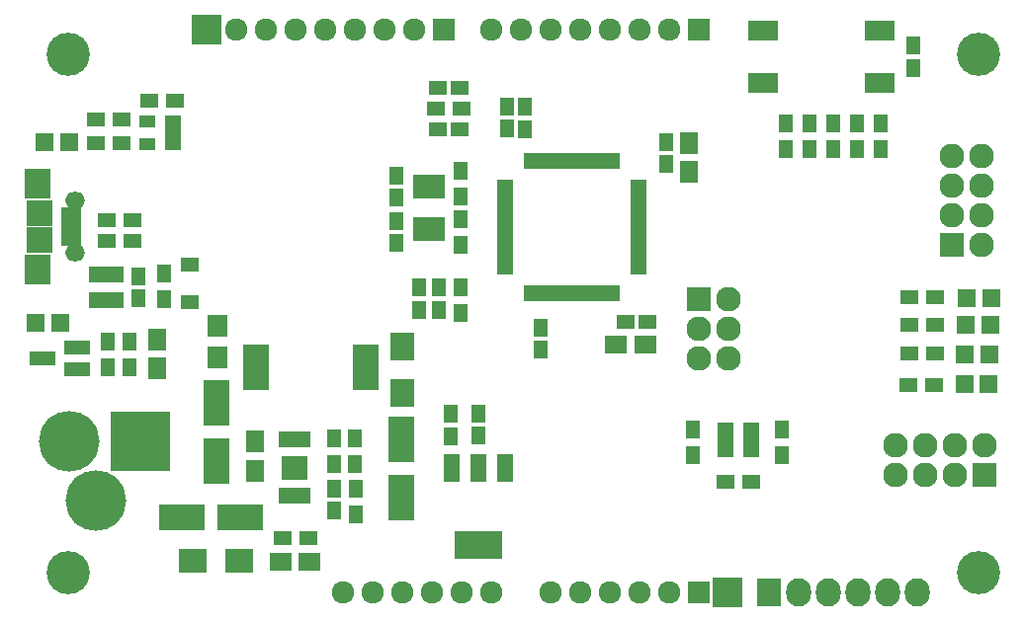
<source format=gts>
G04 #@! TF.FileFunction,Soldermask,Top*
%FSLAX46Y46*%
G04 Gerber Fmt 4.6, Leading zero omitted, Abs format (unit mm)*
G04 Created by KiCad (PCBNEW 4.0.0-rc1-stable) date 05/12/2015 12:00:57*
%MOMM*%
G01*
G04 APERTURE LIST*
%ADD10C,0.100000*%
%ADD11R,2.400000X2.000000*%
%ADD12R,1.900000X1.650000*%
%ADD13R,1.150000X1.600000*%
%ADD14R,1.650000X1.900000*%
%ADD15R,2.000000X2.400000*%
%ADD16R,1.600000X1.150000*%
%ADD17C,5.200600*%
%ADD18R,5.200600X5.200600*%
%ADD19R,2.127200X2.432000*%
%ADD20O,2.127200X2.432000*%
%ADD21R,2.127200X2.127200*%
%ADD22O,2.127200X2.127200*%
%ADD23R,3.900120X2.200860*%
%ADD24R,2.200860X3.900120*%
%ADD25R,1.620000X1.310000*%
%ADD26R,1.598880X1.598880*%
%ADD27R,0.700000X1.420000*%
%ADD28R,2.300000X2.130000*%
%ADD29R,4.057600X2.432000*%
%ADD30R,1.416000X2.432000*%
%ADD31R,1.050000X1.460000*%
%ADD32R,1.460000X1.050000*%
%ADD33R,2.180000X3.960000*%
%ADD34R,1.300000X1.600000*%
%ADD35R,2.635200X2.635200*%
%ADD36R,2.300000X2.200000*%
%ADD37R,2.300000X2.500000*%
%ADD38R,1.750000X0.800000*%
%ADD39O,1.700000X1.450000*%
%ADD40R,2.200860X1.200100*%
%ADD41R,1.600000X1.300000*%
%ADD42R,1.700000X1.900000*%
%ADD43R,2.500000X1.800000*%
%ADD44R,1.924000X1.924000*%
%ADD45C,1.924000*%
%ADD46R,1.400000X0.650000*%
%ADD47R,0.650000X1.400000*%
%ADD48R,2.800000X2.100000*%
%ADD49C,3.700000*%
G04 APERTURE END LIST*
D10*
D11*
X128679960Y-121930160D03*
X124679960Y-121930160D03*
D12*
X132191440Y-122069860D03*
X134691440Y-122069860D03*
D13*
X136770000Y-117670000D03*
X136770000Y-115770000D03*
X146791680Y-111287600D03*
X146791680Y-109387600D03*
D14*
X130060700Y-114267300D03*
X130060700Y-111767300D03*
D13*
X149128480Y-111226640D03*
X149128480Y-109326640D03*
D15*
X142661640Y-107613200D03*
X142661640Y-103613200D03*
D13*
X144100000Y-98550000D03*
X144100000Y-100450000D03*
X145800000Y-98550000D03*
X145800000Y-100450000D03*
D14*
X121615200Y-102991600D03*
X121615200Y-105491600D03*
D13*
X186415680Y-79684920D03*
X186415680Y-77784920D03*
X142100000Y-90850000D03*
X142100000Y-88950000D03*
X142100000Y-92850000D03*
X142100000Y-94750000D03*
X120037860Y-97553740D03*
X120037860Y-99453740D03*
D12*
X160950000Y-103400000D03*
X163450000Y-103400000D03*
D14*
X167200000Y-88650000D03*
X167200000Y-86150000D03*
D13*
X154500000Y-101950000D03*
X154500000Y-103850000D03*
D16*
X145650000Y-81400000D03*
X147550000Y-81400000D03*
D13*
X153160000Y-84940000D03*
X153160000Y-83040000D03*
D16*
X161750000Y-101500000D03*
X163650000Y-101500000D03*
X147550000Y-85000000D03*
X145650000Y-85000000D03*
D13*
X165200000Y-87950000D03*
X165200000Y-86050000D03*
X151610000Y-84910000D03*
X151610000Y-83010000D03*
D17*
X114106960Y-111704120D03*
D18*
X120202960Y-111704120D03*
D17*
X116392960Y-116784120D03*
D19*
X174040000Y-124700000D03*
D20*
X176580000Y-124700000D03*
X179120000Y-124700000D03*
X181660000Y-124700000D03*
X184200000Y-124700000D03*
X186740000Y-124700000D03*
D21*
X168010840Y-99500000D03*
D22*
X170550840Y-99500000D03*
X168010840Y-102040000D03*
X170550840Y-102040000D03*
X168010840Y-104580000D03*
X170550840Y-104580000D03*
D23*
X128788160Y-118242080D03*
X123789440Y-118242080D03*
D24*
X126707900Y-113449100D03*
X126707900Y-108450380D03*
X142549880Y-116550440D03*
X142549880Y-111551720D03*
D25*
X124470000Y-99815000D03*
X124470000Y-96545000D03*
D26*
X113339880Y-101589840D03*
X111241840Y-101589840D03*
X114069020Y-86080000D03*
X111970980Y-86080000D03*
X190958280Y-99459500D03*
X193056320Y-99459500D03*
X190907180Y-101764800D03*
X193005220Y-101764800D03*
X190848280Y-104306300D03*
X192946320Y-104306300D03*
X190776380Y-106788400D03*
X192874420Y-106788400D03*
D27*
X132425440Y-116397700D03*
X132933440Y-116397700D03*
X133441440Y-116397700D03*
X133949440Y-116397700D03*
X134457440Y-116397700D03*
X134457440Y-111592700D03*
X133949440Y-111592700D03*
X133441440Y-111592700D03*
X132933440Y-111592700D03*
X132425440Y-111592700D03*
D28*
X133441440Y-113995200D03*
D29*
X149143720Y-120650000D03*
D30*
X149143720Y-114046000D03*
X146857720Y-114046000D03*
X151429720Y-114046000D03*
D31*
X118237040Y-97391040D03*
X117287040Y-97391040D03*
X116337040Y-97391040D03*
X116337040Y-99591040D03*
X118237040Y-99591040D03*
X117287040Y-99591040D03*
D32*
X122989520Y-86217800D03*
X122989520Y-85267800D03*
X122989520Y-84317800D03*
X120789520Y-84317800D03*
X120789520Y-86217800D03*
D33*
X130135900Y-105346500D03*
X139535900Y-105346500D03*
D34*
X147650000Y-100750000D03*
X147650000Y-98550000D03*
D35*
X170525160Y-124714000D03*
X125870000Y-76454000D03*
D36*
X111594900Y-94456900D03*
D37*
X111414900Y-89616900D03*
X111414900Y-96996900D03*
D38*
X114269900Y-93306900D03*
X114269900Y-92656900D03*
X114269900Y-92006900D03*
X114269900Y-93956900D03*
X114269900Y-94606900D03*
D39*
X114594900Y-91081900D03*
X114594900Y-95531900D03*
D36*
X111594900Y-92156900D03*
D21*
X192468500Y-114592100D03*
D22*
X192468500Y-112052100D03*
X189928500Y-114592100D03*
X189928500Y-112052100D03*
X187388500Y-114592100D03*
X187388500Y-112052100D03*
X184848500Y-114592100D03*
X184848500Y-112052100D03*
D21*
X189712600Y-94856300D03*
D22*
X192252600Y-94856300D03*
X189712600Y-92316300D03*
X192252600Y-92316300D03*
X189712600Y-89776300D03*
X192252600Y-89776300D03*
X189712600Y-87236300D03*
X192252600Y-87236300D03*
D40*
X114810540Y-105557360D03*
X114810540Y-103657360D03*
X111808260Y-104607360D03*
D41*
X132397320Y-120002300D03*
X134597320Y-120002300D03*
D34*
X138640000Y-115780000D03*
X138640000Y-117980000D03*
D42*
X126791720Y-104504480D03*
X126791720Y-101804480D03*
D34*
X138602720Y-113632160D03*
X138602720Y-111432160D03*
X136779000Y-111462640D03*
X136779000Y-113662640D03*
X122224800Y-97312300D03*
X122224800Y-99512300D03*
X117388640Y-103182240D03*
X117388640Y-105382240D03*
X119268240Y-103172080D03*
X119268240Y-105372080D03*
X167510000Y-112920000D03*
X167510000Y-110720000D03*
D41*
X172548000Y-115162000D03*
X170348000Y-115162000D03*
D34*
X175160000Y-110720000D03*
X175160000Y-112920000D03*
X147600000Y-90700000D03*
X147600000Y-88500000D03*
X147600000Y-92700000D03*
X147600000Y-94900000D03*
D41*
X119550360Y-94515940D03*
X117350360Y-94515940D03*
X119550360Y-92801440D03*
X117350360Y-92801440D03*
X118550000Y-86120000D03*
X116350000Y-86120000D03*
X116350000Y-84150000D03*
X118550000Y-84150000D03*
X120962240Y-82478880D03*
X123162240Y-82478880D03*
D34*
X179578000Y-84498000D03*
X179578000Y-86698000D03*
X177546000Y-84498000D03*
X177546000Y-86698000D03*
X175514000Y-84498000D03*
X175514000Y-86698000D03*
X183642000Y-84498000D03*
X183642000Y-86698000D03*
X181610000Y-84498000D03*
X181610000Y-86698000D03*
D41*
X188268600Y-99383300D03*
X186068600Y-99383300D03*
X188290000Y-101720000D03*
X186090000Y-101720000D03*
X188234800Y-104192000D03*
X186034800Y-104192000D03*
X188210000Y-106940000D03*
X186010000Y-106940000D03*
X147700000Y-83200000D03*
X145500000Y-83200000D03*
D43*
X173536600Y-81012860D03*
X173536600Y-76512860D03*
X183536600Y-81012860D03*
X183536600Y-76512860D03*
D32*
X170348000Y-110656000D03*
X170348000Y-111606000D03*
X170348000Y-112556000D03*
X172548000Y-112556000D03*
X172548000Y-110656000D03*
X172548000Y-111606000D03*
D44*
X168019000Y-76454000D03*
D45*
X162939000Y-76454000D03*
X160399000Y-76454000D03*
X157859000Y-76454000D03*
X155319000Y-76454000D03*
X152779000Y-76454000D03*
X150239000Y-76454000D03*
D44*
X146175000Y-76454000D03*
D45*
X143635000Y-76454000D03*
X141095000Y-76454000D03*
X138555000Y-76454000D03*
X136015000Y-76454000D03*
X133479000Y-76454000D03*
X165479000Y-76454000D03*
D44*
X168019000Y-124714000D03*
D45*
X165479000Y-124714000D03*
X162939000Y-124714000D03*
X160399000Y-124714000D03*
X157859000Y-124714000D03*
X155319000Y-124714000D03*
X150239000Y-124714000D03*
X145159000Y-124714000D03*
X142619000Y-124714000D03*
X140079000Y-124714000D03*
X137539000Y-124714000D03*
X147699000Y-124714000D03*
X130939000Y-76454000D03*
X128399000Y-76454000D03*
D46*
X151475200Y-89595000D03*
X151475200Y-90095000D03*
X151475200Y-90595000D03*
X151475200Y-91095000D03*
X151475200Y-91595000D03*
X151475200Y-92095000D03*
X151475200Y-92595000D03*
X151475200Y-93095000D03*
X151475200Y-93595000D03*
X151475200Y-94095000D03*
X151475200Y-94595000D03*
X151475200Y-95095000D03*
X151475200Y-95595000D03*
X151475200Y-96095000D03*
X151475200Y-96595000D03*
X151475200Y-97095000D03*
D47*
X153425200Y-99045000D03*
X153925200Y-99045000D03*
X154425200Y-99045000D03*
X154925200Y-99045000D03*
X155425200Y-99045000D03*
X155925200Y-99045000D03*
X156425200Y-99045000D03*
X156925200Y-99045000D03*
X157425200Y-99045000D03*
X157925200Y-99045000D03*
X158425200Y-99045000D03*
X158925200Y-99045000D03*
X159425200Y-99045000D03*
X159925200Y-99045000D03*
X160425200Y-99045000D03*
X160925200Y-99045000D03*
D46*
X162875200Y-97095000D03*
X162875200Y-96595000D03*
X162875200Y-96095000D03*
X162875200Y-95595000D03*
X162875200Y-95095000D03*
X162875200Y-94595000D03*
X162875200Y-94095000D03*
X162875200Y-93595000D03*
X162875200Y-93095000D03*
X162875200Y-92595000D03*
X162875200Y-92095000D03*
X162875200Y-91595000D03*
X162875200Y-91095000D03*
X162875200Y-90595000D03*
X162875200Y-90095000D03*
X162875200Y-89595000D03*
D47*
X160925200Y-87645000D03*
X160425200Y-87645000D03*
X159925200Y-87645000D03*
X159425200Y-87645000D03*
X158925200Y-87645000D03*
X158425200Y-87645000D03*
X157925200Y-87645000D03*
X157425200Y-87645000D03*
X156925200Y-87645000D03*
X156425200Y-87645000D03*
X155925200Y-87645000D03*
X155425200Y-87645000D03*
X154925200Y-87645000D03*
X154425200Y-87645000D03*
X153925200Y-87645000D03*
X153425200Y-87645000D03*
D48*
X144890000Y-93560000D03*
X144890000Y-89860000D03*
D49*
X114000000Y-78500000D03*
X114000000Y-123000000D03*
X192000000Y-123000000D03*
X192000000Y-78500000D03*
M02*

</source>
